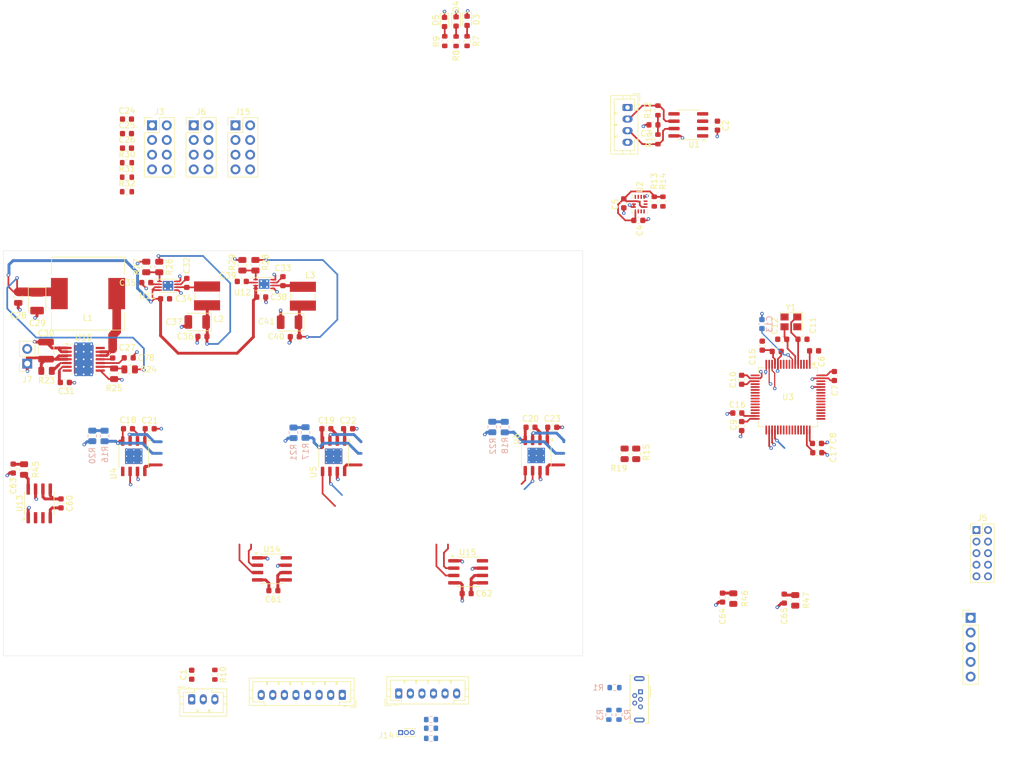
<source format=kicad_pcb>
(kicad_pcb (version 20240108) (generator "pcbnew") (generator_version "8.0")
  (title_block (comment 2 "BREKESHEV BAKTIYAR"))
  (layers (0 "F.Cu" signal) (1 "In1.Cu" signal) (2 "In2.Cu" signal) (31 "B.Cu" signal) (34 "B.Paste" user) (35 "F.Paste" user) (36 "B.SilkS" user "B.Silkscreen") (37 "F.SilkS" user "F.Silkscreen") (38 "B.Mask" user) (39 "F.Mask" user) (44 "Edge.Cuts" user))
  (net 0 "")
  (net 1 "/MCU/SERVO")
  (net 2 "GND")
  (net 3 "+5V")
  (net 4 "Net-(C3-Pad1)")
  (net 5 "VCC")
  (net 6 "Net-(U3-PH0-OSC_IN)")
  (net 7 "Net-(U3-PH1-OSC_OUT)")
  (net 8 "NRST")
  (net 9 "Net-(U3-VCAP1)")
  (net 10 "Net-(U3-VCAP2)")
  (net 11 "/Mosfet driver/HS1")
  (net 12 "Net-(U4-HB)")
  (net 13 "Net-(U5-HB)")
  (net 14 "/Mosfet driver/HS2")
  (net 15 "Net-(U6-HB)")
  (net 16 "/Mosfet driver/HS3")
  (net 17 "+12V")
  (net 18 "/MCU/VOLTAGE_1")
  (net 19 "/MCU/VOLTAGE_2")
  (net 20 "/MCU/VOLTAGE_3")
  (net 21 "Net-(C27-Pad2)")
  (net 22 "Net-(U10-BST)")
  (net 23 "V_IN")
  (net 24 "Net-(U10-SS)")
  (net 25 "Net-(U11-SW)")
  (net 26 "Net-(U11-BOOST)")
  (net 27 "Net-(U12-BOOST)")
  (net 28 "Net-(U12-SW)")
  (net 29 "Net-(U11-VCC)")
  (net 30 "Net-(U12-VCC)")
  (net 31 "/MCU/CURRENT_1")
  (net 32 "/MCU/CURRENT_2")
  (net 33 "/MCU/CURRENT_3")
  (net 34 "/Power MOSFETS/TEMP")
  (net 35 "/Power MOSFETS/TEMP2")
  (net 36 "/Power MOSFETS/TEMP3")
  (net 37 "Net-(U10-VCC)")
  (net 38 "/MCU/HALL_1")
  (net 39 "/MCU/HALL_3")
  (net 40 "/MCU/TEMP_MOTOR")
  (net 41 "/MCU/HALL_2")
  (net 42 "/MCU/MISO_ADC_EXT2")
  (net 43 "/MCU/RX_SDA_NSS")
  (net 44 "/MCU/ADC_15")
  (net 45 "/MCU/TX_SCL_MOSI")
  (net 46 "/MCU/SCK_ADC_EXT")
  (net 47 "Net-(D3-A)")
  (net 48 "Net-(D4-A)")
  (net 49 "Net-(D5-A)")
  (net 50 "/Mosfet driver/HO1")
  (net 51 "/Mosfet driver/HO2")
  (net 52 "/Mosfet driver/HO3")
  (net 53 "/Mosfet driver/LO1")
  (net 54 "/Mosfet driver/LO2")
  (net 55 "/Mosfet driver/LO3")
  (net 56 "/CAN bus transceiver/CANL")
  (net 57 "/CAN bus transceiver/CANH")
  (net 58 "Net-(J4-Pin_3)")
  (net 59 "PB12")
  (net 60 "PA15")
  (net 61 "PB4")
  (net 62 "PB3")
  (net 63 "PB2")
  (net 64 "PC13")
  (net 65 "PC14")
  (net 68 "PC15")
  (net 69 "SWCLK")
  (net 70 "SWDIO")
  (net 71 "Net-(USB1-VBUS)")
  (net 72 "/MCU/LED_RED")
  (net 73 "/MCU/LED_GREEN")
  (net 74 "/MCU/AN_IN")
  (net 75 "Net-(U10-RON)")
  (net 76 "Net-(U10-FB)")
  (net 77 "Net-(U11-V_FB)")
  (net 78 "Net-(U12-V_FB)")
  (net 79 "/Power MOSFETS/C_A")
  (net 80 "/Power MOSFETS/C_B")
  (net 81 "/Power MOSFETS/C_C")
  (net 82 "/CAN bus transceiver/CAN_TX")
  (net 83 "/CAN bus transceiver/CAN_RX")
  (net 90 "/MCU/H1")
  (net 91 "/MCU/L1")
  (net 92 "/MCU/PC12")
  (net 93 "/MCU/PC11_UART_RX")
  (net 94 "/MCU/H3")
  (net 95 "/MCU/L2")
  (net 96 "/MCU/CURR_FILTER")
  (net 97 "/MCU/PC9")
  (net 98 "/MCU/H2")
  (net 99 "/MCU/PC10_UART_TX")
  (net 100 "/MCU/L3")
  (net 102 "/Power MOSFETS/PH_A_IN-")
  (net 103 "/Power MOSFETS/PH_A_IN+")
  (net 104 "/Power MOSFETS/PH_B_IN-")
  (net 105 "/Power MOSFETS/PH_B_IN+")
  (net 106 "/Power MOSFETS/PH_C_IN+")
  (net 107 "/Power MOSFETS/PH_C_IN-")
  (net 108 "/MCU/USB_D+")
  (net 109 "/MCU/USB_D-")
  (net 110 "/USB_+")
  (net 111 "/USB_-")
  (net 112 "Net-(J14-Pin_2)")
  (footprint "Resistor_SMD:R_0603_1608Metric" (layer "F.Cu") (at 109.8 151.275 -90)
    (property "Reference" "R7")
    (property "Value" "100R")
  )
  (footprint "Capacitor_SMD:C_0603_1608Metric" (layer "F.Cu") (at 62.25 260.75 90)
    (property "Reference" "C1")
    (property "Value" "100n")
  )
  (footprint "Capacitor_SMD:C_0603_1608Metric" (layer "F.Cu") (at 139.3625 182.25 180)
    (property "Reference" "C4")
    (property "Value" "100n")
  )
  (footprint "Resistor_SMD:R_0805_2012Metric" (layer "F.Cu") (at 54.4 190.3 90)
    (property "Reference" "R27")
    (property "Value" "10k")
  )
  (footprint "Capacitor_SMD:C_0603_1608Metric" (layer "F.Cu") (at 55 218.25)
    (property "Reference" "C21")
    (property "Value" "2.2u")
  )
  (footprint "Capacitor_SMD:C_0603_1608Metric" (layer "F.Cu") (at 48.6 205.25 90)
    (property "Reference" "C27")
    (property "Value" "100n")
  )
  (footprint "Resistor_SMD:R_0603_1608Metric" (layer "F.Cu") (at 51.075 174.79)
    (property "Reference" "R31")
    (property "Value" "10k")
  )
  (footprint "Package_LGA:Bosch_LGA-14_3x2.5mm_P0.5mm" (layer "F.Cu") (at 139.6075 179.44 -90)
    (property "Reference" "U2")
    (property "Value" "BMI160")
  )
  (footprint "Package_SO:SOIC-8_3.9x4.9mm_P1.27mm" (layer "F.Cu") (at 35.925 231.15 90)
    (property "Reference" "U13")
    (property "Value" "INA240")
  )
  (footprint "Package_SO:SOIC-8_3.9x4.9mm_P1.27mm" (layer "F.Cu") (at 109.98 242.97)
    (property "Reference" "U15")
    (property "Value" "INA240")
  )
  (footprint "Capacitor_SMD:C_0603_1608Metric" (layer "F.Cu") (at 160.75962 203.89038 -90)
    (property "Reference" "C15")
    (property "Value" "2.2u")
  )
  (footprint "Capacitor_SMD:C_0603_1608Metric" (layer "F.Cu") (at 74.25 195.5)
    (property "Reference" "C38")
    (property "Value" "2.2u")
  )
  (footprint "Capacitor_SMD:C_1210_3225Metric" (layer "F.Cu") (at 37.1 204.75 90)
    (property "Reference" "C30")
    (property "Value" "4.7u_100V")
  )
  (footprint "Capacitor_Tantalum_SMD:CP_EIA-3528-15_AVX-H" (layer "F.Cu") (at 63.2 199.8 180)
    (property "Reference" "C37")
    (property "Value" "100u")
  )
  (footprint "Capacitor_SMD:C_0603_1608Metric" (layer "F.Cu") (at 164.56 247.6 -90)
    (property "Reference" "C65")
    (property "Value" "1n")
  )
  (footprint "Capacitor_SMD:C_0603_1608Metric" (layer "F.Cu") (at 120.75 218 180)
    (property "Reference" "C20")
    (property "Value" "100n")
  )
  (footprint "Crystal:Crystal_SMD_3225-4Pin_3.2x2.5mm" (layer "F.Cu") (at 165.70962 199.79038 180)
    (property "Reference" "Y1")
    (property "Value" "8M")
  )
  (footprint "Package_SO:Infineon_PG-DSO-8-27_3.9x4.9mm_EP2.65x3mm_ThermalVias" (layer "F.Cu") (at 86.75 223 -90)
    (property "Reference" "U5")
    (property "Value" "UCC2721x")
  )
  (footprint "Capacitor_SMD:C_0603_1608Metric" (layer "F.Cu") (at 157.20962 209.79038 -90)
    (property "Reference" "C10")
    (property "Value" "2.2u")
  )
  (footprint "Resistor_SMD:R_0603_1608Metric" (layer "F.Cu") (at 107.9 151.3 -90)
    (property "Reference" "R8")
    (property "Value" "100R")
  )
  (footprint "Connector_PinHeader_2.54mm:PinHeader_2x04_P2.54mm_Vertical" (layer "F.Cu") (at 69.805 165.82)
    (property "Reference" "J15")
    (property "Value" "PH_C_CONNECTOR")
  )
  (footprint "Package_DFN_QFN:TDFN-8-1EP_3x2mm_P0.5mm_EP1.80x1.65mm_ThermalVias" (layer "F.Cu") (at 74.75 193.25)
    (property "Reference" "U12")
    (property "Value" "MCP16311/2")
  )
  (footprint "Capacitor_SMD:C_0603_1608Metric" (layer "F.Cu") (at 78 192.75 -90)
    (property "Reference" "C33")
    (property "Value" "100n")
  )
  (footprint "Capacitor_SMD:C_0603_1608Metric" (layer "F.Cu") (at 51.075 167.26)
    (property "Reference" "C25")
    (property "Value" "2.2u")
  )
  (footprint "Resistor_SMD:R_0805_2012Metric" (layer "F.Cu") (at 48.85 208.75 90)
    (property "Reference" "R25")
    (property "Value" "2k")
  )
  (footprint "Capacitor_SMD:C_0603_1608Metric" (layer "F.Cu") (at 169.70962 204.79038 180)
    (property "Reference" "C6")
    (property "Value" "2.2u")
  )
  (footprint "Connector_USB:USB_Micro-B_Wuerth_614105150721_Vertical" (layer "F.Cu") (at 139.75 263.7 -90)
    (property "Reference" "USB1" (hide yes))
    (property "Value" "USB Micro  U-D-M5DD-W-1")
  )
  (footprint "Capacitor_SMD:C_0603_1608Metric" (layer "F.Cu") (at 170.25962 222.39038)
    (property "Reference" "C17")
    (property "Value" "2.2u")
  )
  (footprint "Capacitor_SMD:C_0603_1608Metric" (layer "F.Cu") (at 85.5 218.25 180)
    (property "Reference" "C19")
    (property "Value" "100n")
  )
  (footprint "Connector_PinHeader_2.54mm:PinHeader_1x05_P2.54mm_Vertical" (layer "F.Cu") (at 196.75 250.92)
    (property "Reference" "P5" (hide yes))
    (property "Value" "SWD")
  )
  (footprint "Capacitor_SMD:C_0603_1608Metric" (layer "F.Cu") (at 153.025 165.88 -90)
    (property "Reference" "C2")
    (property "Value" "0.1u")
  )
  (footprint "Package_SO:HTSSOP-14-1EP_4.4x5mm_P0.65mm_EP3.4x5mm_Mask3x3.1mm_ThermalVias" (layer "F.Cu") (at 43.6 206.25)
    (property "Reference" "U10")
    (property "Value" "LM5161")
  )
  (footprint "Resistor_SMD:R_0805_2012Metric" (layer "F.Cu") (at 33.3 225.3 -90)
    (property "Reference" "R45")
    (property "Value" "1k")
  )
  (footprint "Package_QFP:LQFP-64_10x10mm_P0.5mm" (layer "F.Cu") (at 165.20962 212.79038 -90)
    (property "Reference" "U3")
    (property "Value" "STM32F405RGT6")
  )
  (footprint "Connector_PinSocket_2.54mm:PinSocket_1x02_P2.54mm_Vertical" (layer "F.Cu") (at 33.85 207 180)
    (property "Reference" "J7")
    (property "Value" "V_IN")
  )
  (footprint "Resistor_SMD:R_0805_2012Metric" (layer "F.Cu") (at 51.5375 208)
    (property "Reference" "R24")
    (property "Value" "10k")
  )
  (footprint "Connector_JST:JST_PH_B8B-PH-K_1x08_P2.00mm_Vertical" (layer "F.Cu") (at 88.25 264.25 180)
    (property "Reference" "J2" (hide yes))
    (property "Value" "Conn_01x08")
  )
  (footprint "Capacitor_SMD:C_0603_1608Metric" (layer "F.Cu") (at 167.70962 202.79038)
    (property "Reference" "C11")
    (property "Value" "15p")
  )
  (footprint "Resistor_SMD:R_0603_1608Metric" (layer "F.Cu") (at 143.6125 179 90)
    (property "Reference" "R14")
    (property "Value" "1k")
  )
  (footprint "Capacitor_SMD:C_0603_1608Metric" (layer "F.Cu") (at 136.8625 179.3 90)
    (property "Reference" "C5")
    (property "Value" "100n")
  )
  (footprint "LED_SMD:LED_0603_1608Metric" (layer "F.Cu") (at 105.9 147.975 -90)
    (property "Reference" "D5")
    (property "Value" "BLU")
  )
  (footprint "Capacitor_SMD:C_0603_1608Metric" (layer "F.Cu") (at 173.20962 209.14038 90)
    (property "Reference" "C7")
    (property "Value" "2.2u")
  )
  (footprint "Resistor_SMD:R_0805_2012Metric" (layer "F.Cu") (at 139 222.5875 -90)
    (property "Reference" "R15")
    (property "Value" "68k")
  )
  (footprint "Capacitor_SMD:C_0603_1608Metric" (layer "F.Cu") (at 89.25 218.25)
    (property "Reference" "C22")
    (property "Value" "2.2u")
  )
  (footprint "Capacitor_SMD:C_0603_1608Metric" (layer "F.Cu") (at 51.25 218.25 180)
    (property "Reference" "C18")
    (property "Value" "100n")
  )
  (footprint "Connector_JST:JST_PH_B6B-PH-K_1x06_P2.00mm_Vertical" (layer "F.Cu") (at 98 264)
    (property "Reference" "P4" (hide yes))
    (property "Value" "HALL/Encoder")
  )
  (footprint "Capacitor_SMD:C_0603_1608Metric" (layer "F.Cu") (at 156.45962 215.54038 180)
    (property "Reference" "C16")
    (property "Value" "2.2u")
  )
  (footprint "Resistor_SMD:R_0603_1608Metric" (layer "F.Cu") (at 105.94 151.275 -90)
    (property "Reference" "R9")
    (property "Value" "2k2")
  )
  (footprint "Capacitor_Tantalum_SMD:CP_EIA-3528-15_AVX-H" (layer "F.Cu") (at 35.55 196.3 -90)
    (property "Reference" "C29")
    (property "Value" "22u_16v")
  )
  (footprint "Capacitor_SMD:C_0603_1608Metric" (layer "F.Cu") (at 64.1 202.3 180)
    (property "Reference" "C36")
    (property "Value" "2.2u")
  )
  (footprint "Capacitor_SMD:C_0603_1608Metric" (layer "F.Cu") (at 80.05 202.35 180)
    (property "Reference" "C40")
    (property "Value" "2.2u")
  )
  (footprint "Resistor_SMD:R_0805_2012Metric" (layer "F.Cu") (at 155.76 247.6 90)
    (property "Reference" "R46")
    (property "Value" "1k")
  )
  (footprint "Resistor_SMD:R_0805_2012Metric" (layer "F.Cu") (at 56.65 190.3 -90)
    (property "Reference" "R26")
    (property "Value" "52.3k")
  )
  (footprint "Capacitor_SMD:C_0603_1608Metric" (layer "F.Cu") (at 39.675 231.15 -90)
    (property "Reference" "C60")
    (property "Value" "2.2u")
  )
  (footprint "Capacitor_SMD:C_0603_1608Metric" (layer "F.Cu") (at 51.075 164.75)
    (property "Reference" "C24")
    (property "Value" "2.2u")
  )
  (footprint "Capacitor_SMD:C_0603_1608Metric" (layer "F.Cu") (at 157.20962 217.79038 90)
    (property "Reference" "C9")
    (property "Value" "2.2u")
  )
  (footprint "Capacitor_SMD:C_0603_1608Metric" (layer "F.Cu") (at 51.375 206)
    (property "Reference" "C78")
    (property "Value" "2.2u")
  )
  (footprint "Capacitor_SMD:C_0805_2012Metric" (layer "F.Cu") (at 32.3 195.55 -90)
    (property "Reference" "C28")
    (property "Value" "2.2u")
  )
  (footprint "Inductor_SMD:L_Ferrocore_DLG-0403" (layer "F.Cu") (at 64.9 195.3 90)
    (property "Reference" "L2")
    (property "Value" "22u")
  )
  (footprint "Capacitor_SMD:C_0603_1608Metric" (layer "F.Cu") (at 124.5 218)
    (property "Reference" "C23")
    (property "Value" "2.2u")
  )
  (footprint "Package_SO:SOIC-8_3.9x4.9mm_P1.27mm" (layer "F.Cu") (at 148 165.75 180)
    (property "Reference" "U1")
    (property "Value" "TJA1051T/3/1J")
  )
  (footprint "Connector_JST:JST_PH_B4B-PH-K_1x04_P2.00mm_Vertical" (layer "F.Cu") (at 137.5 162.75 -90)
    (property "Reference" "J1" (hide yes))
    (property "Value" "CAN")
  )
  (footprint "Resistor_SMD:R_0603_1608Metric" (layer "F.Cu") (at 142.75 168.25 90)
    (property "Reference" "R11")
    (property "Value" "60")
  )
  (footprint "Capacitor_SMD:C_0603_1608Metric" (layer "F.Cu") (at 51.075 169.77)
    (property "Reference" "C26")
    (property "Value" "2.2u")
  )
  (footprint "Connector_PinHeader_2.00mm:PinHeader_2x05_P2.00mm_Vertical" (layer "F.Cu") (at 197.75 235.75)
    (property "Reference" "J5")
    (property "Value" "UNUSED MCU PINS")
  )
  (footprint "Connector_PinHeader_2.54mm:PinHeader_2x04_P2.54mm_Vertical" (layer "F.Cu") (at 62.605 165.82)
    (property "Reference" "J6")
    (property "Value" "PH_B_CONNECTOR")
  )
  (footprint "Package_SO:Infineon_PG-DSO-8-27_3.9x4.9mm_EP2.65x3mm_ThermalVias" (layer "F.Cu") (at 52.25 223 -90)
    (property "Reference" "U4")
    (property "Value" "UCC2721x")
  )
  (footprint "Capacitor_SMD:C_0603_1608Metric" (layer "F.Cu") (at 163.25962 204.89038 180)
    (property "Reference" "C14" (hide yes))
    (property "Value" "2.2u")
  )
  (footprint "Capacitor_SMD:C_0603_1608Metric" (layer "F.Cu") (at 57.65 195.8)
    (property "Reference" "C34")
    (property "Value" "2.2u")
  )
  (footprint "Capacitor_SMD:C_0603_1608Metric" (layer "F.Cu") (at 70.9 192.8 180)
    (property "Reference" "C39")
    (property "Value" "2.2u")
  )
  (footprint "Package_SO:Infineon_PG-DSO-8-27_3.9x4.9mm_EP2.65x3mm_ThermalVias" (layer "F.Cu") (at 121.75 222.875 -90)
    (property "Reference" "U6")
    (property "Value" "UCC2721x")
  )
  (footprint "Capacitor_SMD:C_0603_1608Metric" (layer "F.Cu") (at 40.35 210.25)
    (property "Reference" "C31")
    (property "Value" "10n")
  )
  (footprint "Resistor_SMD:R_0805_2012Metric" (layer "F.Cu") (at 137 222.5875 -90)
    (property "Reference" "R19")
    (property "Value" "2.2k")
  )
  (footprint "Resistor_SMD:R_0603_1608Metric" (layer "F.Cu") (at 51.075 172.28)
    (property "Reference" "R30")
    (property "Value" "10k")
  )
  (footprint "Package_SO:SOIC-8_3.9x4.9mm_P1.27mm" (layer "F.Cu") (at 76.1 242.465)
    (property "Reference" "U14")
    (property "Value" "INA240")
  )
  (footprint "Connector_JST:JST_PH_B3B-PH-K_1x03_P2.00mm_Vertical" (layer "F.Cu") (at 62.25 265)
    (property "Reference" "J4" (hide yes))
    (property "Value" "Conn_01x03")
  )
  (footprint "Resistor_SMD:R_0805_2012Metric" (layer "F.Cu") (at 166.46 247.9 90)
    (property "Reference" "R47")
    (property "Value" "1k")
  )
  (footprint "Capacitor_SMD:C_0603_1608Metric" (layer "F.Cu") (at 141.975 165.75 180)
    (property "Reference" "C3")
    (property "Value" "1nF")
  )
  (footprint "Capacitor_SMD:C_0603_1608Metric" (layer "F.Cu") (at 61.4 193.05 -90)
    (property "Reference" "C32")
    (property "Value" "100n")
  )
  (footprint "Resistor_SMD:R_0805_2012Metric" (layer "F.Cu") (at 37.1875 208.25 180)
    (property "Reference" "R23")
    (property "Value" "402k")
  )
  (footprint "Connector_PinHeader_1.00mm:PinHeader_1x03_P1.00mm_Vertical" (layer "F.Cu") (at 98.325 270.75 90)
    (property "Reference" "J14")
    (property "Value" "Pull_up")
  )
  (footprint "Resistor_SMD:R_0603_1608Metric" (layer "F.Cu") (at 66.25 260.75 -90)
    (property "Reference" "R10")
    (property "Value" "100R")
  )
  (footprint "LED_SMD:LED_0603_1608Metric" (layer "F.Cu") (at 107.9 147.8875 -90)
    (property "Reference" "D4")
    (property "Value" "GRN")
  )
  (footprint "Capacitor_Tantalum_SMD:CP_EIA-3528-15_AVX-H" (layer "F.Cu") (at 79.15 199.85 180)
    (property "Reference" "C41")
    (property "Value" "100u")
  )
  (footprint "Resistor_SMD:R_0603_1608Metric" (layer "F.Cu") (at 142.75 163.25 90)
    (property "Reference" "R12")
    (property "Value" "60")
  )
  (footprint "Resistor_SMD:R_0805_2012Metric" (layer "F.Cu") (at 71 190 90)
    (property "Reference" "R29")
    (property "Value" "10k")
  )
  (footprint "Capacitor_SMD:C_0603_1608Metric" (layer "F.Cu") (at 170.20962 220.79038 180)
    (property "Reference" "C8")
    (property "Value" "2.2u")
  )
  (footprint "Resistor_SMD:R_0805_2012Metric" (layer "F.Cu") (at 73.25 190 -90)
    (property "Reference" "R28")
    (property "Value" "33k")
  )
  (footprint "Capacitor_SMD:C_0603_1608Metric" (layer "F.Cu") (at 164.20962 202.79038 180)
    (property "Reference" "C12")
    (property "Value" "15p")
  )
  (footprint "Resistor_SMD:R_0603_1608Metric" (layer "F.Cu") (at 51.075 177.3)
    (property "Reference" "R32")
    (property "Value" "10k")
  )
  (footprint "LED_SMD:LED_0603_1608Metric" (layer "F.Cu") (at 109.8 147.775 -90)
    (property "Reference" "D3")
    (property "Value" "RED")
  )
  (footprint "Capacitor_SMD:C_0603_1608Metric" (layer "F.Cu") (at 153.9 247.425 -90)
    (property "Reference" "C64")
    (property "Value" "1n")
  )
  (footprint "Resistor_SMD:R_0603_1608Metric" (layer "F.Cu") (at 142.1125 179 -90)
    (property "Reference" "R13")
    (property "Value" "1k")
  )
  (footprint "Capacitor_SMD:C_0603_1608Metric" (layer "F.Cu") (at 76.35 246.215 180)
    (property "Reference" "C61")
    (property "Value" "2.2u")
  )
  (footprint "Capacitor_SMD:C_0603_1608Metric" (layer "F.Cu") (at 109.73 246.72 180)
    (property "Reference" "C62")
    (property "Value" "2.2u")
  )
  (footprint "Connector_PinHeader_2.54mm:PinHeader_2x04_P2.54mm_Vertical" (layer "F.Cu") (at 55.405 165.82)
    (property "Reference" "J3")
    (property "Value" "PH_A_CONNECTOR")
  )
  (footprint "Inductor_SMD:L_Ferrocore_DLG-0403" (layer "F.Cu") (at 81.45 195.35 90)
    (property "Reference" "L3")
    (property "Value" "22u")
  )
  (footprint "Capacitor_SMD:C_0603_1608Metric" (layer "F.Cu") (at 31.427502 225.125 -90)
    (property "Reference" "C63")
    (property "Value" "1n")
  )
  (footprint "Package_DFN_QFN:TDFN-8-1EP_3x2mm_P0.5mm_EP1.80x1.65mm_ThermalVias" (layer "F.Cu") (at 58.15 193.55)
    (property "Reference" "U11")
    (property "Value" "MCP16311/2")
  )
  (footprint "Inductor_SMD:L_12x12mm_H8mm" (layer "F.Cu") (at 44.35 194.9)
    (property "Reference" "L1")
    (property "Value" "100u")
  )
  (footprint "Capacitor_SMD:C_0603_1608Metric" (layer "F.Cu") (at 54.4 193 180)
    (property "Reference" "C35")
    (property "Value" "2.2u")
  )
  (footprint "Resistor_SMD:R_0603_1608Metric" (layer "B.Cu") (at 103.575 268.5)
    (property "Reference" "R4" (hide yes))
    (property "Value" "2k2")
  )
  (footprint "Resistor_SMD:R_0805_2012Metric" (layer "B.Cu") (at 45.084998 219.4875 -90)
    (property "Reference" "R20")
    (property "Value" "2k2")
  )
  (footprint "Resistor_SMD:R_0603_1608Metric" (layer "B.Cu") (at 103.575 271.75)
    (property "Reference" "R6" (hide yes))
    (property "Value" "2k2")
  )
  (footprint "Resistor_SMD:R_0603_1608Metric" (layer "B.Cu") (at 103.575 270)
    (property "Reference" "R5" (hide yes))
    (property "Value" "2k2")
  )
  (footprint "Resistor_SMD:R_0805_2012Metric" (layer "B.Cu") (at 114.15 217.95 -90)
    (property "Reference" "R22")
    (property "Value" "2k2")
  )
  (footprint "Resistor_SMD:R_0805_2012Metric" (layer "B.Cu") (at 79.8275 218.95 -90)
    (property "Reference" "R21")
    (property "Value" "2k2")
  )
  (footprint "Resistor_SMD:R_0805_2012Metric" (layer "B.Cu") (at 116.3 217.9625 -90)
    (property "Reference" "R18")
    (property "Value" "68k")
  )
  (footprint "Resistor_SMD:R_0805_2012Metric" (layer "B.Cu") (at 47.2 219.5 -90)
    (property "Reference" "R16")
    (property "Value" "68k")
  )
  (footprint "Resistor_SMD:R_0603_1608Metric" (layer "B.Cu") (at 136.03 267.675 90)
    (property "Reference" "R3")
    (property "Value" "22R")
  )
  (footprint "Resistor_SMD:R_0603_1608Metric" (layer "B.Cu") (at 134.28 267.675 90)
    (property "Reference" "R2")
    (property "Value" "22R")
  )
  (footprint "Capacitor_SMD:C_0603_1608Metric" (layer "B.Cu") (at 160.70962 200.16538 -90)
    (property "Reference" "C13")
    (property "Value" "100n")
  )
  (footprint "Resistor_SMD:R_0805_2012Metric" (layer "B.Cu") (at 81.9 218.9 -90)
    (property "Reference" "R17")
    (property "Value" "68k")
  )
  (footprint "Resistor_SMD:R_0603_1608Metric" (layer "B.Cu") (at 135.255 262.975)
    (property "Reference" "R1")
    (property "Value" "22R")
  )
  (gr_rect (start 29.75 187.5) (end 129.75 257.5) (stroke (width 0.05)) (fill none) (layer "Edge.Cuts"))
  (segment (start 163.45962 208.24038) (end 163.40962 208.29038) (width 0.3) (layer "F.Cu") (net 2))
  (segment (start 90.025 218.25) (end 90.75 218.25) (width 0.5) (layer "F.Cu") (net 2))
  (segment (start 169.45962 211.04038) (end 169.40962 211.09038) (width 0.3) (layer "F.Cu") (net 2))
  (segment (start 108.955 247.945) (end 108.98 247.97) (width 0.5) (layer "F.Cu") (net 2))
  (segment (start 170.88462 209.54038) (end 172.18462 209.54038) (width 0.3) (layer "F.Cu") (net 2))
  (segment (start 140.8625 182.25) (end 141.1125 182) (width 0.3) (layer "F.Cu") (net 2))
  (segment (start 170.98462 220.79038) (end 171.80962 220.79038) (width 0.3) (layer "F.Cu") (net 2))
  (segment (start 108.635 244.875) (end 108.955 245.195) (width 0.5) (layer "F.Cu") (net 2))
  (segment (start 87.385 225.625) (end 87.385 226.885) (width 0.5) (layer "F.Cu") (net 2))
  (segment (start 107.505 241.065) (end 108.825 241.065) (width 0.5) (layer "F.Cu") (net 2))
  (segment (start 153.9 248.2) (end 153.26 248.2) (width 0.5) (layer "F.Cu") (net 2))
  (segment (start 107.505 244.875) (end 108.635 244.875) (width 0.5) (layer "F.Cu") (net 2))
  (segment (start 122.385 226.885) (end 122.5 227) (width 0.5) (layer "F.Cu") (net 2))
  (segment (start 50.0625 209.6625) (end 50.2 209.8) (width 0.3) (layer "F.Cu") (net 2))
  (segment (start 136.9975 179.94) (end 136.8625 180.075) (width 0.3) (layer "F.Cu") (net 2))
  (segment (start 32.6 197.7) (end 32.3 197.4) (width 0.5) (layer "F.Cu") (net 2))
  (segment (start 35.55 198.75) (end 35.2 199.1) (width 0.5) (layer "F.Cu") (net 2))
  (segment (start 33.85 207) (end 33.85 208.25) (width 0.5) (layer "F.Cu") (net 2))
  (segment (start 153.025 167.725) (end 153 167.75) (width 0.3) (layer "F.Cu") (net 2))
  (segment (start 158.63462 209.54038) (end 158.10962 209.01538) (width 0.3) (layer "F.Cu") (net 2))
  (segment (start 160.41274 209.54038) (end 159.53462 209.54038) (width 0.3) (layer "F.Cu") (net 2))
  (segment (start 77.6125 197.8125) (end 77.6 197.8) (width 0.5) (layer "F.Cu") (net 2))
  (segment (start 76.7 192.5) (end 76.7 191.8) (width 0.3) (layer "F.Cu") (net 2))
  (segment (start 48.85 209.6625) (end 50.0625 209.6625) (width 0.3) (layer "F.Cu") (net 2))
  (segment (start 53.2125 189.3875) (end 52.9 189.7) (width 0.3) (layer "F.Cu") (net 2))
  (segment (start 77.6125 199.85) (end 77.6125 197.8125) (width 0.5) (layer "F.Cu") (net 2))
  (segment (start 53.625 193) (end 53.625 193.225) (width 0.3) (layer "F.Cu") (net 2))
  (segment (start 138.2125 179.94) (end 138.595 179.94) (width 0.3) (layer "F.Cu") (net 2))
  (segment (start 159.53462 209.54038) (end 158.63462 209.54038) (width 0.3) (layer "F.Cu") (net 2))
  (segment (start 163.45962 206.21538) (end 164.03462 205.64038) (width 0.3) (layer "F.Cu") (net 2))
  (segment (start 75.025 196.325) (end 75.1 196.4) (width 0.5) (layer "F.Cu") (net 2))
  (segment (start 35.29 228.675) (end 35.29 230.265) (width 0.5) (layer "F.Cu") (net 2))
  (segment (start 76.4 194) (end 77 194.6) (width 0.3) (layer "F.Cu") (net 2))
  (segment (start 33.85 208.25) (end 33.9 208.3) (width 0.5) (layer "F.Cu") (net 2))
  (segment (start 37.83 232.245) (end 38.15 231.925) (width 0.5) (layer "F.Cu") (net 2))
  (segment (start 160.65962 209.2935) (end 160.41274 209.54038) (width 0.3) (layer "F.Cu") (net 2))
  (segment (start 47.925 209.6625) (end 48.85 209.6625) (width 0.3) (layer "F.Cu") (net 2))
  (segment (start 153.26 248.2) (end 152.76 248.7) (width 0.5) (layer "F.Cu") (net 2))
  (segment (start 52.885 226.885) (end 53 227) (width 0.3) (layer "F.Cu") (net 2))
  (segment (start 163.45962 207.11538) (end 163.45962 208.24038) (width 0.3) (layer "F.Cu") (net 2))
  (segment (start 37.1 203.275) (end 35.175 203.275) (width 0.5) (layer "F.Cu") (net 2))
  (segment (start 122.385 225.5) (end 122.385 226.885) (width 0.5) (layer "F.Cu") (net 2))
  (segment (start 30.862502 225.85) (end 30.387502 226.325) (width 0.5) (layer "F.Cu") (net 2))
  (segment (start 146.655 167.655) (end 145.525 167.655) (width 0.3) (layer "F.Cu") (net 2))
  (segment (start 60.1 192.8) (end 60.3 192.6) (width 0.3) (layer "F.Cu") (net 2))
  (segment (start 172.55962 209.91538) (end 173.20962 209.91538) (width 0.3) (layer "F.Cu") (net 2))
  (segment (start 55.775 218.25) (end 57 218.25) (width 0.3) (layer "F.Cu") (net 2))
  (segment (start 164.085 248.375) (end 163.36 249.1) (width 0.5) (layer "F.Cu") (net 2))
  (segment (start 171.03462 222.39038) (end 171.60962 222.39038) (width 0.3) (layer "F.Cu") (net 2))
  (segment (start 157.20962 218.56538) (end 157.20962 219.39038) (width 0.2) (layer "F.Cu") (net 2))
  (segment (start 35.175 203.275) (end 35.1 203.2) (width 0.5) (layer "F.Cu") (net 2))
  (segment (start 53.625 193.225) (end 54.4 194) (width 0.3) (layer "F.Cu") (net 2))
  (segment (start 78.575 241.83) (end 77.235 241.83) (width 0.5) (layer "F.Cu") (net 2))
  (segment (start 77.235 241.83) (end 77.1 241.965) (width 0.5) (layer "F.Cu") (net 2))
  (segment (start 75.025 195.5) (end 75.025 196.325) (width 0.5) (layer "F.Cu") (net 2))
  (segment (start 163.45962 207.11538) (end 163.45962 206.21538) (width 0.3) (layer "F.Cu") (net 2))
  (segment (start 76.7 191.8) (end 76.5 191.6) (width 0.3) (layer "F.Cu") (net 2))
  (segment (start 76.2 192.5) (end 76.7 192.5) (width 0.3) (layer "F.Cu") (net 2))
  (segment (start 171.60962 222.39038) (end 172.00962 222.79038) (width 0.3) (layer "F.Cu") (net 2))
  (segment (start 60.65 200.55) (end 61.8625 200.55) (width 0.5) (layer "F.Cu") (net 2))
  (segment (start 34.02 232.055) (end 34.175 231.9) (width 0.5) (layer "F.Cu") (net 2))
  (segment (start 39.75 204.95) (end 39.4 204.6) (width 0.5) (layer "F.Cu") (net 2))
  (segment (start 154.85962 215.54038) (end 154.70962 215.69038) (width 0.3) (layer "F.Cu") (net 2))
  (segment (start 60.3 192) (end 60.2 191.9) (width 0.3) (layer "F.Cu") (net 2))
  (segment (start 71 189.0875) (end 69.8875 189.0875) (width 0.3) (layer "F.Cu") (net 2))
  (segment (start 32.3 197.4) (end 32.3 196.5) (width 0.5) (layer "F.Cu") (net 2))
  (segment (start 109.8 146.9875) (end 109.8 146.1625) (width 0.3) (layer "F.Cu") (net 2))
  (segment (start 147 168) (end 146.655 167.655) (width 0.3) (layer "F.Cu") (net 2))
  (segment (start 79.275 203.225) (end 79.1 203.4) (width 0.5) (layer "F.Cu") (net 2))
  (segment (start 136.8625 180.075) (end 136.8625 181) (width 0.3) (layer "F.Cu") (net 2))
  (segment (start 52.885 225.625) (end 52.885 226.885) (width 0.3) (layer "F.Cu") (net 2))
  (segment (start 170.88462 209.54038) (end 169.55962 209.54038) (width 0.3) (layer "F.Cu") (net 2))
  (segment (start 79.275 202.35) (end 79.275 203.225) (width 0.5) (layer "F.Cu") (net 2))
  (segment (start 125.275 218) (end 126.25 218) (width 0.5) (layer "F.Cu") (net 2))
  (segment (start 76.2 194) (end 76.4 194) (width 0.3) (layer "F.Cu") (net 2))
  (segment (start 137.8625 179.59) (end 138.2125 179.94) (width 0.3) (layer "F.Cu") (net 2))
  (segment (start 87.385 226.885) (end 87.5 227) (width 0.5) (layer "F.Cu") (net 2))
  (segment (start 54.4 189.3875) (end 53.2125 189.3875) (width 0.3) (layer "F.Cu") (net 2))
  (segment (start 155.68462 215.54038) (end 154.85962 215.54038) (width 0.3) (layer "F.Cu") (net 2))
  (segment (start 39.4 204.6) (end 39.4 204.3) (width 0.5) (layer "F.Cu") (net 2))
  (segment (start 158.10962 209.01538) (end 157.20962 209.01538) (width 0.3) (layer "F.Cu") (net 2))
  (segment (start 34.02 233.375) (end 34.02 232.055) (width 0.5) (layer "F.Cu") (net 2))
  (segment (start 141.475 165.75) (end 140.5 165.75) (width 0.3) (layer "F.Cu") (net 2))
  (segment (start 59.6 194.3) (end 59.9 194.3) (width 0.3) (layer "F.Cu") (net 2))
  (segment (start 59.6 192.8) (end 60.1 192.8) (width 0.3) (layer "F.Cu") (net 2))
  (segment (start 164.03462 205.64038) (end 164.03462 204.89038) (width 0.3) (layer "F.Cu") (net 2))
  (segment (start 110.865 242.335) (end 110.73 242.47) (width 0.5) (layer "F.Cu") (net 2))
  (segment (start 40.7375 204.95) (end 39.75 204.95) (width 0.5) (layer "F.Cu") (net 2))
  (segment (start 170.88462 211.04038) (end 169.45962 211.04038) (width 0.3) (layer "F.Cu") (net 2))
  (segment (start 59.9 194.3) (end 60.4 194.8) (width 0.3) (layer "F.Cu") (net 2))
  (segment (start 73.875 240.56) (end 75.195 240.56) (width 0.5) (layer "F.Cu") (net 2))
  (segment (start 108.955 246.72) (end 108.955 247.945) (width 0.5) (layer "F.Cu") (net 2))
  (segment (start 140.3575 178.1775) (end 140.685 178.1775) (width 0.3) (layer "F.Cu") (net 2))
  (segment (start 63.2 203.4) (end 63.2 202.75) (width 0.5) (layer "F.Cu") (net 2))
  (segment (start 39.4 204.3) (end 38.125 204.3) (width 0.5) (layer "F.Cu") (net 2))
  (segment (start 52.15 205.65) (end 52.8 205) (width 0.3) (layer "F.Cu") (net 2))
  (segment (start 38.15 231.925) (end 39.675 231.925) (width 0.5) (layer "F.Cu") (net 2))
  (segment (start 157.20962 219.39038) (end 157.00962 219.59038) (width 0.2) (layer "F.Cu") (net 2))
  (segment (start 112.455 242.335) (end 110.865 242.335) (width 0.5) (layer "F.Cu") (net 2))
  (segment (start 105.9 147.1875) (end 105.9 146.1625) (width 0.3) (layer "F.Cu") (net 2))
  (segment (start 169.55962 209.54038) (end 169.40962 209.69038) (width 0.3) (layer "F.Cu") (net 2))
  (segment (start 41.95 210.25) (end 42 210.3) (width 0.3) (layer "F.Cu") (net 2))
  (segment (start 153.025 166.655) (end 153.025 167.725) (width 0.3) (layer "F.Cu") (net 2))
  (segment (start 171.80962 220.79038) (end 172.00962 220.59038) (width 0.3) (layer "F.Cu") (net 2))
  (segment (start 60.3 192.6) (end 60.3 192) (width 0.3) (layer "F.Cu") (net 2))
  (segment (start 108.825 241.065) (end 108.98 241.22) (width 0.5) (layer "F.Cu") (net 2))
  (segment (start 140.1375 182.25) (end 140.8625 182.25) (width 0.3) (layer "F.Cu") (net 2))
  (segment (start 109.8 146.1625) (end 109.9 146.0625) (width 0.3) (layer "F.Cu") (net 2))
  (segment (start 107.9 147.1) (end 107.9 146.2625) (width 0.3) (layer "F.Cu") (net 2))
  (segment (start 40.7375 204.3) (end 39.4 204.3) (width 0.5) (layer "F.Cu") (net 2))
  (segment (start 38.125 204.3) (end 37.1 203.275) (width 0.5) (layer "F.Cu") (net 2))
  (segment (start 75.195 240.56) (end 75.35 240.715) (width 0.5) (layer "F.Cu") (net 2))
  (segment (start 31.3 225.85) (end 30.862502 225.85) (width 0.5) (layer "F.Cu") (net 2))
  (segment (start 140.5 165.75) (end 140.25 166) (width 0.3) (layer "F.Cu") (net 2))
  (segment (start 164.56 248.375) (end 164.085 248.375) (width 0.5) (layer "F.Cu") (net 2))
  (segment (start 160.50962 208.39038) (end 160.65962 208.54038) (width 0.3) (layer "F.Cu") (net 2))
  (segment (start 63.2 202.75) (end 63.42 202.53) (width 0.5) (layer "F.Cu") (net 2))
  (segment (start 73.625 244.37) (end 75.005 244.37) (width 0.5) (layer "F.Cu") (net 2))
  (segment (start 75.575 244.94) (end 75.575 246.215) (width 0.5) (layer "F.Cu") (net 2))
  (segment (start 37.83 233.625) (end 37.83 232.245) (width 0.5) (layer "F.Cu") (net 2))
  (segment (start 41.125 210.25) (end 41.95 210.25) (width 0.3) (layer "F.Cu") (net 2))
  (segment (start 107.9 146.2625) (end 108 146.1625) (width 0.3) (layer "F.Cu") (net 2))
  (segment (start 69.8875 189.0875) (end 69.7 188.9) (width 0.3) (layer "F.Cu") (net 2))
  (segment (start 138.595 179.44) (end 138.595 179.94) (width 0.3) (layer "F.Cu") (net 2))
  (segment (start 140.685 178.1775) (end 140.8625 178) (width 0.3) (layer "F.Cu") (net 2))
  (segment (start 60.5 200.7) (end 60.65 200.55) (width 0.5) (layer "F.Cu") (net 2))
  (segment (start 52.15 206) (end 52.15 205.65) (width 0.3) (layer "F.Cu") (net 2))
  (segment (start 35.55 197.8375) (end 35.55 198.75) (width 0.5) (layer "F.Cu") (net 2))
  (segment (start 35.29 230.265) (end 35.425 230.4) (width 0.5) (layer "F.Cu") (net 2))
  (segment (start 108.955 245.195) (end 108.955 246.72) (width 0.5) (layer "F.Cu") (net 2))
  (segment (start 75.005 244.37) (end 75.575 244.94) (width 0.5) (layer "F.Cu") (net 2))
  (segment (start 160.65962 208.54038) (end 160.65962 209.2935) (width 0.3) (layer "F.Cu") (net 2))
  (segment (start 172.18462 209.54038) (end 172.55962 209.91538) (width 0.3) (layer "F.Cu") (net 2))
  (segment (start 46.4625 208.2) (end 47.925 209.6625) (width 0.3) (layer "F.Cu") (net 2))
  (via (at 163.40962 208.29038) (size 0.6) (drill 0.3) (layers "F.Cu" "B.Cu") (net 2))
  (via (at 90.75 218.25) (size 0.6) (drill 0.3) (layers "F.Cu" "B.Cu") (net 2))
  (via (at 34.175 231.9) (size 0.6) (drill 0.3) (layers "F.Cu" "B.Cu") (net 2))
  (via (at 42 210.3) (size 0.6) (drill 0.3) (layers "F.Cu" "B.Cu") (net 2))
  (via (at 53 227) (size 0.6) (drill 0.3) (layers "F.Cu" "B.Cu") (net 2))
  (via (at 35.1 203.2) (size 0.6) (drill 0.3) (layers "F.Cu" "B.Cu") (net 2))
  (via (at 154.70962 215.69038) (size 0.6) (drill 0.3) (layers "F.Cu" "B.Cu") (net 2))
  (via (at 35.425 230.4) (size 0.6) (drill 0.3) (layers "F.Cu" "B.Cu") (net 2))
  (via (at 141.1125 182) (size 0.6) (drill 0.3) (layers "F.Cu" "B.Cu") (net 2))
  (via (at 57 218.25) (size 0.6) (drill 0.3) (layers "F.Cu" "B.Cu") (net 2))
  (via (at 153 167.75) (size 0.6) (drill 0.3) (layers "F.Cu" "B.Cu") (net 2))
  (via (at 35.2 199.1) (size 0.6) (drill 0.3) (layers "F.Cu" "B.Cu") (net 2))
  (via (at 169.40962 209.69038) (size 0.6) (drill 0.3) (layers "F.Cu" "B.Cu") (net 2))
  (via (at 77.1 241.965) (size 0.6) (drill 0.3) (layers "F.Cu" "B.Cu") (net 2))
  (via (at 75.35 240.715) (size 0.6) (drill 0.3) (layers "F.Cu" "B.Cu") (net 2))
  (via (at 108.98 241.22) (size 0.6) (drill 0.3) (layers "F.Cu" "B.Cu") (net 2))
  (via (at 152.76 248.7) (size 0.6) (drill 0.3) (layers "F.Cu" "B.Cu") (net 2))
  (via (at 77.6 197.8) (size 0.6) (drill 0.3) (layers "F.Cu" "B.Cu") (net 2))
  (via (at 108 146.1625) (size 0.6) (drill 0.3) (layers "F.Cu" "B.Cu") (net 2))
  (via (at 160.70962 198.36538) (size 0.6) (drill 0.3) (layers "F.Cu" "B.Cu") (net 2))
  (via (at 77 194.6) (size 0.6) (drill 0.3) (layers "F.Cu" "B.Cu") (net 2))
  (via (at 52.9 189.7) (size 0.6) (drill 0.3) (layers "F.Cu" "B.Cu") (net 2))
  (via (at 50.2 209.8) (size 0.6) (drill 0.3) (layers "F.Cu" "B.Cu") (net 2))
  (via (at 78.4275 220.35) (size 0.6) (drill 0.3) (layers "F.Cu" "B.Cu") (net 2))
  (via (at 105.9 146.1625) (size 0.6) (drill 0.3) (layers "F.Cu" "B.Cu") (net 2))
  (via (at 32.6 197.7) (size 0.6) (drill 0.3) (layers "F.Cu" "B.Cu") (net 2))
  (via (at 172.00962 220.59038) (size 0.6) (drill 0.3) (layers "F.Cu" "B.Cu") (net 2))
  (via (at 76.5 191.6) (size 0.6) (drill 0.3) (layers "F.Cu" "B.Cu") (net 2))
  (via (at 33.9 208.3) (size 0.6) (drill 0.3) (layers "F.Cu" "B.Cu") (net 2))
  (via (at 140.8625 178) (size 0.6) (drill 0.3) (layers "F.Cu" "B.Cu") (net 2))
  (via (at 122.5 227) (size 0.6) (drill 0.3) (layers "F.Cu" "B.Cu") (net 2))
  (via (at 43.684998 220.9875) (size 0.6) (drill 0.3) (layers "F.Cu" "B.Cu") (net 2))
  (via (at 163.36 249.1) (size 0.6) (drill 0.3) (layers "F.Cu" "B.Cu") (net 2))
  (via (at 140.25 166) (size 0.6) (drill 0.3) (layers "F.Cu" "B.Cu") (net 2))
  (via (at 87.5 227) (size 0.6) (drill 0.3) (layers "F.Cu" "B.Cu") (net 2))
  (via (at 108.98 247.97) (size 0.6) (drill 0.3) (layers "F.Cu" "B.Cu") (net 2))
  (via (at 136.8625 181) (size 0.6) (drill 0.3) (layers "F.Cu" "B.Cu") (net 2))
  (via (at 147 168) (size 0.6) (drill 0.3) (layers "F.Cu" "B.Cu") (net 2))
  (via (at 126.25 218) (size 0.6) (drill 0.3) (layers "F.Cu" "B.Cu") (net 2))
  (via (at 30.387502 226.325) (size 0.6) (drill 0.3) (layers "F.Cu" "B.Cu") (net 2))
  (via (at 60.2 191.9) (size 0.6) (drill 0.3) (layers "F.Cu" "B.Cu") (net 2))
  (via (at 52.8 205) (size 0.6) (drill 0.3) (layers "F.Cu" "B.Cu") (net 2))
  (via (at 112.85 219.25) (size 0.6) (drill 0.3) (layers "F.Cu" "B.Cu") (net 2))
  (via (at 110.73 242.47) (size 0.6) (drill 0.3) (layers "F.Cu" "B.Cu") (net 2))
  (via (at 109.9 146.0625) (size 0.6) (drill 0.3) (layers "F.Cu" "B.Cu") (net 2))
  (via (at 169.40962 211.09038) (size 0.6) (drill 0.3) (layers "F.Cu" "B.Cu") (net 2))
  (via (at 60.5 200.7) (size 0.6) (drill 0.3) (layers "F.Cu" "B.Cu") (net 2))
  (via (at 172.00962 222.79038) (size 0.6) (drill 0.3) (layers "F.Cu" "B.Cu") (net 2))
  (via (at 54.4 194) (size 0.6) (drill 0.3) (layers "F.Cu" "B.Cu") (net 2))
  (via (at 69.7 188.9) (size 0.6) (drill 0.3) (layers "F.Cu" "B.Cu") (net 2))
  (via (at 79.1 203.4) (size 0.6) (drill 0.3) (layers "F.Cu" "B.Cu") (net 2))
  (via (at 160.50962 208.39038) (size 0.6) (drill 0.3) (layers "F.Cu" "B.Cu") (net 2))
  (via (at 75.1 196.4) (size 0.6) (drill 0.3) (layers "F.Cu" "B.Cu") (net 2))
  (via (at 60.4 194.8) (size 0.6) (drill 0.3) (layers "F.Cu" "B.Cu") (net 2))
  (via (at 157.00962 219.59038) (size 0.6) (drill 0.3) (layers "F.Cu" "B.Cu") (net 2))
  (via (at 63.2 203.4) (size 0.6) (drill 0.3) (layers "F.Cu" "B.Cu") (net 2))
  (via (at 137.8625 179.59) (size 0.6) (drill 0.3) (layers "F.Cu" "B.Cu") (net 2))
  (segment (start 113.2375 218.8625) (end 112.85 219.25) (width 0.5) (layer "B.Cu") (net 2))
  (segment (start 160.70962 199.39038) (end 160.70962 198.36538) (width 0.3) (layer "B.Cu") (net 2))
  (segment (start 43.684998 220.9875) (end 44.184998 220.4875) (width 0.5) (layer "B.Cu") (net 2))
  (segment (start 44.184998 220.4875) (end 44.903748 220.4875) (width 0.5) (layer "B.Cu") (net 2))
  (segment (start 78.915 219.8625) (end 79.8275 219.8625) (width 0.5) (layer "B.Cu") (net 2))
  (segment (start 114.15 218.8625) (end 113.2375 218.8625) (width 0.5) (layer "B.Cu") (net 2))
  (segment (start 78.4275 220.35) (end 78.915 219.8625) (width 0.5) (layer "B.Cu") (net 2))
  (segment (start 64.875 202.3) (end 64.9375 202.2375) (width 0.5) (layer "F.Cu") (net 3))
  (segment (start 64.9375 202.2375) (end 64.9375 197.6375) (width 0.5) (layer "F.Cu") (net 3))
  (segment (start 56.65 189.3875) (end 56.65 188.55) (width 0.3) (layer "F.Cu") (net 3))
  (segment (start 56.65 188.55) (end 56.5 188.4) (width 0.3) (layer "F.Cu") (net 3))
  (segment (start 64.875 203.575) (end 64.9 203.6) (width 0.5) (layer "F.Cu") (net 3))
  (segment (start 64.9375 197.6375) (end 65.65 196.925) (width 0.5) (layer "F.Cu") (net 3))
  (segment (start 64.875 202.3) (end 64.875 203.575) (width 0.5) (layer "F.Cu") (net 3))
  (via (at 56.5 188.4) (size 0.6) (drill 0.3) (layers "F.Cu" "B.Cu") (net 3))
  (via (at 64.9 203.6) (size 0.6) (drill 0.3) (layers "F.Cu" "B.Cu") (net 3))
  (segment (start 66.8 203.6) (end 68.9 201.5) (width 0.3) (layer "B.Cu") (net 3))
  (segment (start 64.9 203.6) (end 66.8 203.6) (width 0.3) (layer "B.Cu") (net 3))
  (segment (start 68.9 201.5) (end 68.9 193.1) (width 0.3) (layer "B.Cu") (net 3))
  (segment (start 64.2 188.4) (end 56.5 188.4) (width 0.3) (layer "B.Cu") (net 3))
  (segment (start 68.9 193.1) (end 64.2 188.4) (width 0.3) (layer "B.Cu") (net 3))
  (segment (start 142.75 165.75) (end 142.75 164.075) (width 0.3) (layer "F.Cu") (net 4))
  (segment (start 142.75 167.425) (end 142.75 165.75) (width 0.3) (layer "F.Cu") (net 4))
  (segment (start 135.8625 181) (end 135.8625 179.525) (width 0.3) (layer "F.Cu") (net 5))
  (segment (start 80.825 202.35) (end 80.825 197.6) (width 0.5) (layer "F.Cu") (net 5))
  (segment (start 172.55962 208.36538) (end 173.20962 208.36538) (width 0.3) (layer "F.Cu") (net 5))
  (segment (start 80.825 197.6) (end 81.45 196.975) (width 0.5) (layer "F.Cu") (net 5))
  (segment (start 139.6125 179.595) (end 139.6125 179) (width 0.3) (layer "F.Cu") (net 5))
  (segment (start 137.1125 182.25) (end 135.8625 181) (width 0.3) (layer "F.Cu") (net 5))
  (segment (start 78.575 243.1) (end 77.6 243.1) (width 0.5) (layer "F.Cu") (net 5))
  (segment (start 36.56 228.675) (end 36.56 230.035) (width 0.5) (layer "F.Cu") (net 5))
  (segment (start 168.95962 218.46538) (end 168.95962 220.31538) (width 0.3) (layer "F.Cu") (net 5))
  (segment (start 168.95962 220.31538) (end 169.43462 220.79038) (width 0.3) (layer "F.Cu") (net 5))
  (segment (start 75.0875 189.0875) (end 75.1 189.1) (width 0.3) (layer "F.Cu") (net 5))
  (segment (start 112.455 244.875) (end 110.825 244.875) (width 0.5) (layer "F.Cu") (net 5))
  (segment (start 159.53462 216.54038) (end 158.63462 216.54038) (width 0.3) (layer "F.Cu") (net 5))
  (segment (start 162.25962 204.66538) (end 162.48462 204.89038) (width 0.3) (layer "F.Cu") (net 5))
  (segment (start 171.88462 209.04038) (end 172.55962 208.36538) (width 0.3) (layer "F.Cu") (net 5))
  (segment (start 160.75962 204.66538) (end 162.25962 204.66538) (width 0.3) (layer "F.Cu") (net 5))
  (segment (start 77.1 243.6) (end 77.1 244.69) (width 0.5) (layer "F.Cu") (net 5))
  (segment (start 162.48462 204.89038) (end 162.63462 205.04038) (width 0.3) (layer "F.Cu") (net 5))
  (segment (start 158.15962 217.01538) (end 157.20962 217.01538) (width 0.3) (layer "F.Cu") (net 5))
  (segment (start 135.8625 179.525) (end 136.8625 178.525) (width 0.3) (layer "F.Cu") (net 5))
  (segment (start 111.095 243.605) (end 110.505 244.195) (width 0.5) (layer "F.Cu") (net 5))
  (segment (start 77.47 244.37) (end 78.575 244.37) (width 0.5) (layer "F.Cu") (net 5))
  (segment (start 139.9575 179.94) (end 139.6125 179.595) (width 0.3) (layer "F.Cu") (net 5))
  (segment (start 110.505 245.195) (end 110.505 246.72) (width 0.5) (layer "F.Cu") (net 5))
  (segment (start 36.56 230.035) (end 36.9 230.375) (width 0.5) (layer "F.Cu") (net 5))
  (segment (start 136.8625 178.525) (end 138.1375 177.25) (width 0.3) (layer "F.Cu") (net 5))
  (segment (start 158.63462 210.04038) (end 158.10962 210.56538) (width 0.3) (layer "F.Cu") (net 5))
  (segment (start 158.63462 216.54038) (end 158.15962 217.01538) (width 0.3) (layer "F.Cu") (net 5))
  (segment (start 82.15 202.35) (end 82.2 202.4) (width 0.3) (layer "F.Cu") (net 5))
  (segment (start 139.2225 178.94) (end 138.595 178.94) (width 0.3) (layer "F.Cu") (net 5))
  (segment (start 77.6 243.1) (end 77.1 243.6) (width 0.5) (layer "F.Cu") (net 5))
  (segment (start 138.8575 181.98) (end 138.5875 182.25) (width 0.3) (layer "F.Cu") (net 5))
  (segment (start 170.88462 209.04038) (end 171.88462 209.04038) (width 0.3) (layer "F.Cu") (net 5))
  (segment (start 36.9 230.375) (end 38.4 230.375) (width 0.5) (layer "F.Cu") (net 5))
  (segment (start 139.6125 179) (end 139.2825 179) (width 0.3) (layer "F.Cu") (net 5))
  (segment (start 138.5875 182.25) (end 137.1125 182.25) (width 0.3) (layer "F.Cu") (net 5))
  (segment (start 137.2775 178.94) (end 136.8625 178.525) (width 0.3) (layer "F.Cu") (net 5))
  (segment (start 168.95962 204.81538) (end 168.93462 204.79038) (width 0.3) (layer "F.Cu") (net 5))
  (segment (start 110.825 244.875) (end 110.505 245.195) (width 0.5) (layer "F.Cu") (net 5))
  (segment (start 112.455 243.605) (end 111.095 243.605) (width 0.5) (layer "F.Cu") (net 5))
  (segment (start 162.63462 205.91226) (end 162.95962 206.23726) (width 0.3) (layer "F.Cu") (net 5))
  (segment (start 158.10962 210.56538) (end 157.20962 210.56538) (width 0.3) (layer "F.Cu") (net 5))
  (segment (start 138.1375 177.25) (end 141.3625 177.25) (width 0.3) (layer "F.Cu") (net 5))
  (segment (start 168.95962 207.11538) (end 168.95962 204.81538) (width 0.3) (layer "F.Cu") (net 5))
  (segment (start 38.4 230.375) (end 39.675 230.375) (width 0.5) (layer "F.Cu") (net 5))
  (segment (start 138.595 178.94) (end 137.2775 178.94) (width 0.3) (layer "F.Cu") (net 5))
  (segment (start 162.95962 206.23726) (end 162.95962 207.11538) (width 0.3) (layer "F.Cu") (net 5))
  (segment (start 141.3625 177.25) (end 142.1125 178) (width 0.3) (layer "F.Cu") (net 5))
  (segment (start 77.125 246.215) (end 77.125 244.715) (width 0.5) (layer "F.Cu") (net 5))
  (segment (start 138.8575 180.7025) (end 138.8575 181.98) (width 0.3) (layer "F.Cu") (net 5))
  (segment (start 142.1125 178) (end 142.1125 178.175) (width 0.3) (layer "F.Cu") (net 5))
  (segment (start 73.25 189.0875) (end 75.0875 189.0875) (width 0.3) (layer "F.Cu") (net 5))
  (segment (start 77.1 244.69) (end 77.125 244.715) (width 0.5) (layer "F.Cu") (net 5))
  (segment (start 77.125 244.715) (end 77.47 244.37) (width 0.5) (layer "F.Cu") (net 5))
  (segment (start 139.2825 179) (end 139.2225 178.94) (width 0.3) (layer "F.Cu") (net 5))
  (segment (start 37.83 228.675) (end 37.83 229.805) (width 0.5) (layer "F.Cu") (net 5))
  (segment (start 110.505 244.195) (end 110.505 245.195) (width 0.5) (layer "F.Cu") (net 5))
  (segment (start 159.53462 210.04038) (end 158.63462 210.04038) (width 0.3) (layer "F.Cu") (net 5))
  (segment (start 162.63462 205.04038) (end 162.63462 205.91226) (width 0.3) (layer "F.Cu") (net 5))
  (segment (start 80.825 202.35) (end 82.15 202.35) (width 0.3) (layer "F.Cu") (net 5))
  (segment (start 143.6125 178.175) (end 142.1125 178.175) (width 0.3) (layer "F.Cu") (net 5))
  (segment (start 140.62 179.94) (end 139.9575 179.94) (width 0.3) (layer "F.Cu") (net 5))
  (segment (start 37.83 229.805) (end 38.4 230.375) (width 0.5) (layer "F.Cu") (net 5))
  (via (at 75.1 189.1) (size 0.6) (drill 0.3) (layers "F.Cu" "B.Cu") (net 5))
  (via (at 82.2 202.4) (size 0.6) (drill 0.3) (layers "F.Cu" "B.Cu") (net 5))
  (segment (start 84.9 189.1) (end 75.1 189.1) (width 0.3) (layer "B.Cu") (net 5))
  (segment (start 87.4 191.6) (end 84.9 189.1) (width 0.3) (layer "B.Cu") (net 5))
  (segment (start 84.4 202.4) (end 87.4 199.4) (width 0.3) (layer "B.Cu") (net 5))
  (segment (start 82.2 202.4) (end 84.4 202.4) (width 0.3) (layer "B.Cu") (net 5))
  (segment (start 87.4 199.4) (end 87.4 191.6) (width 0.3) (layer "B.Cu") (net 5))
  (segment (start 166.70962 198.94038) (end 166.80962 198.94038) (width 0.3) (layer "F.Cu") (net 6))
  (segment (start 165.75962 199.89038) (end 166.70962 198.94038) (width 0.3) (layer "F.Cu") (net 6))
  (segment (start 165.75962 201.61538) (end 165.75962 199.89038) (width 0.3) (layer "F.Cu") (net 6))
  (segment (start 166.93462 202.79038) (end 165.75962 201.61538) (width 0.3) (layer "F.Cu") (net 6))
  (segment (start 166.95962 202.81538) (end 166.93462 202.79038) (width 0.3) (layer "F.Cu") (net 6))
  (segment (start 166.95962 207.11538) (end 166.95962 202.81538) (width 0.3) (layer "F.Cu") (net 6))
  (segment (start 164.60962 202.41538) (end 164.98462 202.79038) (width 0.3) (layer "F.Cu") (net 7))
  (segment (start 164.98462 203.14038) (end 165.13462 203.29038) (width 0.3) (layer "F.Cu") (net 7))
  (segment (start 164.98462 202.79038) (end 164.98462 203.14038) (width 0.3) (layer "F.Cu") (net 7))
  (segment (start 166.45962 205.71538) (end 166.45962 207.11538) (width 0.3) (layer "F.Cu") (net 7))
  (segment (start 165.13462 203.29038) (end 165.13462 204.39038) (width 0.3) (layer "F.Cu") (net 7))
  (segment (start 164.60962 200.64038) (end 164.60962 202.41538) (width 0.3) (layer "F.Cu") (net 7))
  (segment (start 165.13462 204.39038) (end 166.45962 205.71538) (width 0.3) (layer "F.Cu") (net 7))
  (segment (start 165.95962 206.24038) (end 165.20962 205.49038) (width 0.2) (layer "F.Cu") (net 8))
  (segment (start 165.95962 207.11538) (end 165.95962 206.24038) (width 0.2) (layer "F.Cu") (net 8))
  (via (at 165.20962 205.49038) (size 0.6) (drill 0.3) (layers "F.Cu" "B.Cu") (net 8))
  (segment (start 164.50962 205.49038) (end 165.20962 205.49038) (width 0.2) (layer "B.Cu") (net 8))
  (segment (start 160.70962 201.69038) (end 164.50962 205.49038) (width 0.2) (layer "B.Cu") (net 8))
  (segment (start 160.70962 200.94038) (end 160.70962 201.69038) (width 0.2) (layer "B.Cu") (net 8))
  (segment (start 157.65962 216.04038) (end 159.53462 216.04038) (width 0.3) (layer "F.Cu") (net 9))
  (segment (start 157.15962 215.54038) (end 157.65962 216.04038) (width 0.3) (layer "F.Cu") (net 9))
  (segment (start 169.48462 222.39038) (end 169.48462 222.14038) (width 0.3) (layer "F.Cu") (net 10))
  (segment (start 168.45962 221.11538) (end 168.45962 218.46538) (width 0.3) (layer "F.Cu") (net 10))
  (segment (start 169.48462 222.14038) (end 168.45962 221.11538) (width 0.3) (layer "F.Cu") (net 10))
  (segment (start 49.875 220.375) (end 49.5 220.75) (width 0.5) (layer "F.Cu") (net 11))
  (segment (start 50.345 218.38) (end 50.475 218.25) (width 0.3) (layer "F.Cu") (net 11))
  (segment (start 50.345 220.375) (end 50.345 220.905) (width 0.3) (layer "F.Cu") (net 11))
  (segment (start 50.345 220.375) (end 49.875 220.375) (width 0.5) (layer "F.Cu") (net 11))
  (segment (start 50.345 220.375) (end 50.345 218.38) (width 0.3) (layer "F.Cu") (net 11))
  (via (at 49.5 220.75) (size 0.6) (drill 0.3) (layers "F.Cu" "B.Cu") (net 11))
  (segment (start 49.1625 220.4125) (end 49.5 220.75) (width 0.5) (layer "B.Cu") (net 11))
  (segment (start 53.725 220.75) (end 55.475 222.5) (width 0.5) (layer "B.Cu") (net 11))
  (segment (start 49.5 220.75) (end 53.725 220.75) (width 0.5) (layer "B.Cu") (net 11))
  (segment (start 55.475 222.5) (end 57 222.5) (width 0.5) (layer "B.Cu") (net 11))
  (segment (start 47.2 220.4125) (end 49.1625 220.4125) (width 0.5) (layer "B.Cu") (net 11))
  (segment (start 52.885 219.11) (end 52.885 220.375) (width 0.3) (layer "F.Cu") (net 12))
  (segment (start 52.025 218.25) (end 52.885 219.11) (width 0.3) (layer "F.Cu") (net 12))
  (segment (start 87.385 219.36) (end 87.385 220.375) (width 0.5) (layer "F.Cu") (net 13))
  (segment (start 86.275 218.25) (end 87.385 219.36) (width 0.5) (layer "F.Cu") (net 13))
  (segment (start 84.845 221.405) (end 84.75 221.5) (width 0.5) (layer "F.Cu") (net 14))
  (segment (start 84.725 220.255) (end 84.845 220.375) (width 0.5) (layer "F.Cu") (net 14))
  (segment (start 84.725 218.25) (end 84.725 220.255) (width 0.5) (layer "F.Cu") (net 14))
  (segment (start 84.845 220.375) (end 84.845 221.405) (width 0.5) (layer "F.Cu") (net 14))
  (segment (start 84.75 221.5) (end 84.25 221.5) (width 0.5) (layer "F.Cu") (net 14))
  (via (at 84.25 221.5) (size 0.6) (drill 0.3) (layers "F.Cu" "B.Cu") (net 14))
  (segment (start 83.09 219.8125) (end 83.3775 220.1) (width 0.5) (layer "B.Cu") (net 14))
  (segment (start 81.9 219.8125) (end 83.09 219.8125) (width 0.5) (layer "B.Cu") (net 14))
  (segment (start 83.3775 220.1) (end 83.3775 220.6275) (width 0.5) (layer "B.Cu") (net 14))
  (segment (start 85 220.75) (end 89.25 220.75) (width 0.5) (layer "B.Cu") (net 14))
  (segment (start 91 222.5) (end 91.5 222.5) (width 0.5) (layer "B.Cu") (net 14))
  (segment (start 84.25 221.5) (end 85 220.75) (width 0.5) (layer "B.Cu") (net 14))
  (segment (start 89.25 220.75) (end 91 222.5) (width 0.5) (layer "B.Cu") (net 14))
  (segment (start 83.3775 220.6275) (end 84.25 221.5) (width 0.5) (layer "B.Cu") (net 14))
  (segment (start 122.385 218.86) (end 121.525 218) (width 0.5) (layer "F.Cu") (net 15))
  (segment (start 122.385 220.25) (end 122.385 218.86) (width 0.5) (layer "F.Cu") (net 15))
  (segment (start 119.845 220.25) (end 119.845 218.13) (width 0.5) (layer "F.Cu") (net 16))
  (segment (start 119.845 220.25) (end 119.25 220.25) (width 0.5) (layer "F.Cu") (net 16))
  (segment (start 119.845 218.13) (end 119.975 218) (width 0.5) (layer "F.Cu") (net 16))
  (segment (start 119.25 220.25) (end 119 220.5) (width 0.5) (layer "F.Cu") (net 16))
  (via (at 119 220.5) (size 0.6) (drill 0.3) (layers "F.Cu" "B.Cu") (net 16))
  (segment (start 119 220) (end 119 220.5) (width 0.5) (layer "B.Cu") (net 16))
  (segment (start 116.3 218.875) (end 117.725 218.875) (width 0.5) (layer "B.Cu") (net 16))
  (segment (start 123.1 220.5) (end 125.1 222.5) (width 0.5) (layer "B.Cu") (net 16))
  (segment (start 117.725 218.875) (end 117.8 218.8) (width 0.5) (layer "B.Cu") (net 16))
  (segment (start 125.1 222.5) (end 126.5 222.5) (width 0.5) (layer "B.Cu") (net 16))
  (segment (start 117.8 218.8) (end 119 220) (width 0.5) (layer "B.Cu") (net 16))
  (segment (start 119 220.5) (end 123.1 220.5) (width 0.5) (layer "B.Cu") (net 16))
  (segment (start 54.155 218.32) (end 54.225 218.25) (width 0.3) (layer "F.Cu") (net 17))
  (segment (start 56.875 195.8) (end 56.875 202.175) (width 0.5) (layer "F.Cu") (net 17))
  (segment (start 88.655 218.43) (end 88.475 218.25) (width 0.5) (layer "F.Cu") (net 17))
  (segment (start 55.8 195.8) (end 55.3 196.3) (width 0.3) (layer "F.Cu") (net 17))
  (segment (start 73.3 195.325) (end 73.3 193.6) (width 0.5) (layer "F.Cu") (net 17))
  (segment (start 32.1 192.2) (end 32.1 194.4) (width 0.3) (layer "F.Cu") (net 17))
  (segment (start 70.1 205.2) (end 72.9 202.4) (width 0.5) (layer "F.Cu") (net 17))
  (segment (start 72.9 196.075) (end 73.475 195.5) (width 0.5) (layer "F.Cu") (net 17))
  (segment (start 123.655 218.07) (end 123.725 218) (width 0.5) (layer "F.Cu") (net 17))
  (segment (start 56.7 193.8) (end 55.9 193.8) (width 0.3) (layer "F.Cu") (net 17))
  (segment (start 55.8 195.8) (end 56.875 195.8) (width 0.3) (layer "F.Cu") (net 17))
  (segment (start 30.6 191.7) (end 30.6 193.7) (width 0.3) (layer "F.Cu") (net 17))
  (segment (start 73.475 195.5) (end 73.3 195.325) (width 0.5) (layer "F.Cu") (net 17))
  (segment (start 123.655 220.25) (end 123.655 218.07) (width 0.5) (layer "F.Cu") (net 17))
  (segment (start 56.875 202.175) (end 59.9 205.2) (width 0.5) (layer "F.Cu") (net 17))
  (segment (start 55.5 195.5) (end 55.8 195.8) (width 0.3) (layer "F.Cu") (net 17))
  (segment (start 56.7 194.3) (end 55.6 194.3) (width 0.3) (layer "F.Cu") (net 17))
  (segment (start 31.5 194.6) (end 32.3 194.6) (width 0.3) (layer "F.Cu") (net 17))
  (segment (start 32.1 194.4) (end 32.3 194.6) (width 0.3) (layer "F.Cu") (net 17))
  (segment (start 53.9 208) (end 54 208.1) (width 0.3) (layer "F.Cu") (net 17))
  (segment (start 39.1 194.6) (end 39.4 194.9) (width 1.5) (layer "F.Cu") (net 17))
  (segment (start 55.3 196.3) (end 55.2 196.3) (width 0.3) (layer "F.Cu") (net 17))
  (segment (start 30.6 193.7) (end 31.5 194.6) (width 0.3) (layer "F.Cu") (net 17))
  (segment (start 59.9 205.2) (end 70.1 205.2) (width 0.5) (layer "F.Cu") (net 17))
  (segment (start 55.6 194.3) (end 55.5 194.2) (width 0.3) (layer "F.Cu") (net 17))
  (segment (start 88.655 220.375) (end 88.655 218.43) (width 0.5) (layer "F.Cu") (net 17))
  (segment (start 32.3 194.6) (end 39.1 194.6) (width 1.5) (layer "F.Cu") (net 17))
  (segment (start 72.9 202.4) (end 72.9 196.075) (width 0.5) (layer "F.Cu") (net 17))
  (segment (start 52.45 208) (end 53.9 208) (width 0.3) (layer "F.Cu") (net 17))
  (segment (start 55.9 193.8) (end 55.5 194.2) (width 0.3) (layer "F.Cu") (net 17))
  (segment (start 55.5 194.2) (end 55.5 195.5) (width 0.3) (layer "F.Cu") (net 17))
  (segment (start 54.155 220.375) (end 54.155 218.32) (width 0.3) (layer "F.Cu") (net 17))
  (via (at 54 208.1) (size 0.6) (drill 0.3) (layers "F.Cu" "B.Cu") (net 17))
  (via (at 32.1 192.2) (size 0.6) (drill 0.3) (layers "F.Cu" "B.Cu") (net 17))
  (via (at 55.2 196.3) (size 0.6) (drill 0.3) (layers "F.Cu" "B.Cu") (net 17))
  (via (at 30.6 191.7) (size 0.6) (drill 0.3) (layers "F.Cu" "B.Cu") (net 17))
  (segment (start 30.4 193.9) (end 32.1 192.2) (width 0.3) (layer "B.Cu") (net 17))
  (segment (start 50.9 189.2) (end 31.4 189.2) (width 0.5) (layer "B.Cu") (net 17))
  (segment (start 35.4 202.5) (end 30.4 197.5) (width 0.3) (layer "B.Cu") (net 17))
  (segment (start 30.7 191.6) (end 30.6 191.7) (width 0.3) (layer "B.Cu") (net 17))
  (segment (start 54 204.4) (end 52.1 202.5) (width 0.3) (layer "B.Cu") (net 17))
  (segment (start 52.1 202.5) (end 35.4 202.5) (width 0.3) (layer "B.Cu") (net 17))
  (segment (start 52.9 191.3) (end 50.9 189.3) (width 0.5) (layer "B.Cu") (net 17))
  (segment (start 54 208.1) (end 54 204.4) (width 0.3) (layer "B.Cu") (net 17))
  (segment (start 55.2 196.3) (end 52.9 194) (width 0.5) (layer "B.Cu") (net 17))
  (segment (start 31.4 189.2) (end 30.7 189.9) (width 0.5) (layer "B.Cu") (net 17))
  (segment (start 52.9 194) (end 52.9 191.3) (width 0.5) (layer "B.Cu") (net 17))
  (segment (start 30.4 197.5) (end 30.4 193.9) (width 0.3) (layer "B.Cu") (net 17))
  (segment (start 30.7 189.9) (end 30.7 191.6) (width 0.5) (layer "B.Cu") (net 17))
  (segment (start 50.9 189.3) (end 50.9 189.2) (width 0.3) (layer "B.Cu") (net 17))
  (segment (start 162.90962 208.638909) (end 162.45962 208.188909) (width 0.2) (layer "F.Cu") (net 18))
  (segment (start 162.90962 211.29038) (end 162.90962 208.638909) (width 0.2) (layer "F.Cu") (net 18))
  (segment (start 162.45962 208.188909) (end 162.45962 207.11538) (width 0.2) (layer "F.Cu") (net 18))
  (via (at 162.90962 211.29038) (size 0.6) (drill 0.3) (layers "F.Cu" "B.Cu") (net 18))
  (segment (start 47.1875 218.575) (end 47.2 218.5875) (width 0.5) (layer "B.Cu") (net 18))
  (segment (start 45.084998 218.575) (end 47.1875 218.575) (width 0.5) (layer "B.Cu") (net 18))
  (segment (start 161.95962 210.25962) (end 161.95962 207.11538) (width 0.2) (layer "F.Cu") (net 19))
  (segment (start 162.2 210.5) (end 161.95962 210.25962) (width 0.2) (layer "F.Cu") (net 19))
  (via (at 162.2 210.5) (size 0.6) (drill 0.3) (layers "F.Cu" "B.Cu") (net 19))
  (segment (start 81.85 218.0375) (end 81.9 217.9875) (width 0.5) (layer "B.Cu") (net 19))
  (segment (start 79.8275 218.0375) (end 81.85 218.0375) (width 0.5) (layer "B.Cu") (net 19))
  (segment (start 161.45962 207.11538) (end 161.45962 208.304891) (width 0.2) (layer "F.Cu") (net 20))
  (segment (start 161.45962 208.304891) (end 161.355627 208.408884) (width 0.2) (layer "F.Cu") (net 20))
  (via (at 161.355627 208.408884) (size 0.6) (drill 0.3) (layers "F.Cu" "B.Cu") (net 20))
  (segment (start 161.355627 208.736387) (end 161.355627 208.408884) (width 0.3) (layer "B.Cu") (net 20))
  (segment (start 114.1625 217.05) (end 114.15 217.0375) (width 0.5) (layer "B.Cu") (net 20))
  (segment (start 116.3 217.05) (end 114.1625 217.05) (width 0.5) (layer "B.Cu") (net 20))
  (segment (start 49.3 194.9) (end 49.3 201.4) (width 1.5) (layer "F.Cu") (net 21))
  (segment (start 48.6 202.1) (end 48.6 204.475) (width 1.5) (layer "F.Cu") (net 21))
  (segment (start 46.4625 204.95) (end 48.125 204.95) (width 0.5) (layer "F.Cu") (net 21))
  (segment (start 48.125 204.95) (end 48.6 204.475) (width 0.5) (layer "F.Cu") (net 21))
  (segment (start 46.4625 205.6) (end 47.589172 205.6) (width 0.5) (layer "F.Cu") (net 21))
  (segment (start 47.589172 205.6) (end 48.125 205.064172) (width 0.5) (layer "F.Cu") (net 21))
  (segment (start 49.3 201.4) (end 48.6 202.1) (width 1.5) (layer "F.Cu") (net 21))
  (segment (start 48.125 205.064172) (end 48.125 204.95) (width 0.5) (layer "F.Cu") (net 21))
  (segment (start 46.4625 206.25) (end 48.375 206.25) (width 0.3) (layer "F.Cu") (net 22))
  (segment (start 48.375 206.25) (end 48.6 206.025) (width 0.3) (layer "F.Cu") (net 22))
  (segment (start 37.1 206.225) (end 38.775 206.225) (width 0.5) (layer "F.Cu") (net 23))
  (segment (start 38.775 206.225) (end 39.35 205.65) (width 0.5) (layer "F.Cu") (net 23))
  (segment (start 36.275 207.05) (end 37.1 206.225) (width 0.5) (layer "F.Cu") (net 23))
  (segment (start 33.85 206) (end 36.875 206) (width 0.5) (layer "F.Cu") (net 23))
  (segment (start 38.8 206.25) (end 38.775 206.225) (width 0.5) (layer "F.Cu") (net 23))
  (segment (start 36.875 206) (end 37.1 206.225) (width 0.5) (layer "F.Cu") (net 23))
  (segment (start 36.275 208.25) (end 36.275 207.05) (width 0.5) (layer "F.Cu") (net 23))
  (segment (start 39.35 205.65) (end 40.7375 205.65) (width 0.5) (layer "F.Cu") (net 23))
  (segment (start 40.7375 206.25) (end 38.8 206.25) (width 0.5) (layer "F.Cu") (net 23))
  (segment (start 39.4 208.100001) (end 39.4 208.3) (width 0.3) (layer "F.Cu") (net 24))
  (segment (start 40.7375 207.55) (end 39.950001 207.55) (width 0.3) (layer "F.Cu") (net 24))
  (segment (start 39.4 210.075) (end 39.4 208.3) (width 0.5) (layer "F.Cu") (net 24))
  (segment (start 39.575 210.25) (end 39.4 210.075) (width 0.5) (layer "F.Cu") (net 24))
  (segment (start 39.950001 207.55) (end 39.4 208.100001) (width 0.3) (layer "F.Cu") (net 24))
  (segment (start 61.375 193.8) (end 61.4 193.825) (width 0.3) (layer "F.Cu") (net 25))
  (segment (start 65.5 193.825) (end 65.65 193.675) (width 0.3) (layer "F.Cu") (net 25))
  (segment (start 61.4 193.825) (end 65.5 193.825) (width 0.3) (layer "F.Cu") (net 25))
  (segment (start 59.6 193.8) (end 61.375 193.8) (width 0.3) (layer "F.Cu") (net 25))
  (segment (start 59.6 193.3) (end 60.375 193.3) (width 0.3) (layer "F.Cu") (net 26))
  (segment (start 60.375 193.3) (end 61.4 192.275) (width 0.3) (layer "F.Cu") (net 26))
  (segment (start 76.2 193) (end 76.975 193) (width 0.3) (layer "F.Cu") (net 27))
  (segment (start 76.975 193) (end 78 191.975) (width 0.3) (layer "F.Cu") (net 27))
  (segment (start 76.2 193.5) (end 77.975 193.5) (width 0.3) (layer "F.Cu") (net 28))
  (segment (start 77.975 193.5) (end 78 193.525) (width 0.3) (layer "F.Cu") (net 28))
  (segment (start 81.25 193.525) (end 81.45 193.725) (width 0.5) (layer "F.Cu") (net 28))
  (segment (start 78 193.525) (end 81.25 193.525) (width 0.5) (layer "F.Cu") (net 28))
  (segment (start 55.475 193.3) (end 56.7 193.3) (width 0.3) (layer "F.Cu") (net 29))
  (segment (start 55.175 193) (end 55.475 193.3) (width 0.3) (layer "F.Cu") (net 29))
  (segment (start 71.875 193) (end 73.3 193) (width 0.3) (layer "F.Cu") (net 30))
  (segment (start 71.675 192.8) (end 71.875 193) (width 0.3) (layer "F.Cu") (net 30))
  (segment (start 31.465002 224.3875) (end 31.427502 224.35) (width 0.5) (layer "F.Cu") (net 31))
  (segment (start 33.1625 224.25) (end 33.3 224.3875) (width 0.5) (layer "F.Cu") (net 31))
  (segment (start 33.3 224.3875) (end 31.465002 224.3875) (width 0.5) (layer "F.Cu") (net 31))
  (segment (start 153.85 246.6) (end 153.9 246.65) (width 0.5) (layer "F.Cu") (net 32))
  (segment (start 153.9 246.65) (end 155.7225 246.65) (width 0.5) (layer "F.Cu") (net 32))
  (segment (start 155.7225 246.65) (end 155.76 246.6875) (width 0.5) (layer "F.Cu") (net 32))
  (segment (start 164.7225 246.9875) (end 164.56 246.825) (width 0.5) (layer "F.Cu") (net 33))
  (segment (start 166.46 246.9875) (end 164.7225 246.9875) (width 0.5) (layer "F.Cu") (net 33))
  (segment (start 166.2475 246.775) (end 166.46 246.9875) (width 0.5) (layer "F.Cu") (net 33))
  (segment (start 46.4625 206.9) (end 49.7 206.9) (width 0.3) (layer "F.Cu") (net 37))
  (segment (start 49.7 206.9) (end 50.6 206) (width 0.3) (layer "F.Cu") (net 37))
  (segment (start 109.8 150.45) (end 109.8 148.5625) (width 0.3) (layer "F.Cu") (net 47))
  (segment (start 107.9 150.475) (end 107.9 148.675) (width 0.3) (layer "F.Cu") (net 48))
  (segment (start 105.94 148.8025) (end 105.9 148.7625) (width 0.3) (layer "F.Cu") (net 49))
  (segment (start 105.94 150.45) (end 105.94 148.8025) (width 0.3) (layer "F.Cu") (net 49))
  (segment (start 51.615 219.365) (end 51.5 219.25) (width 0.5) (layer "F.Cu") (net 50))
  (segment (start 51.615 220.375) (end 51.615 219.365) (width 0.5) (layer "F.Cu") (net 50))
  (via (at 51.5 219.25) (size 0.6) (drill 0.3) (layers "F.Cu" "B.Cu") (net 50))
  (segment (start 55.75 220.5) (end 57 220.5) (width 0.5) (layer "B.Cu") (net 50))
  (segment (start 54.5 219.25) (end 55.75 220.5) (width 0.5) (layer "B.Cu") (net 50))
  (segment (start 51.5 219.25) (end 54.5 219.25) (width 0.5) (layer "B.Cu") (net 50))
  (segment (start 86.115 219.385) (end 86.232169 219.267831) (width 0.5) (layer "F.Cu") (net 51))
  (segment (start 86.115 220.375) (end 86.115 219.385) (width 0.5) (layer "F.Cu") (net 51))
  (via (at 86.232169 219.267831) (size 0.6) (drill 0.3) (layers "F.Cu" "B.Cu") (net 51))
  (segment (start 86.25 219.25) (end 90.25 219.25) (width 0.5) (layer "B.Cu") (net 51))
  (segment (start 90.25 219.25) (end 91.5 220.5) (width 0.5) (layer "B.Cu") (net 51))
  (segment (start 86.232169 219.267831) (end 86.25 219.25) (width 0.5) (layer "B.Cu") (net 51))
  (segment (start 121.115 219.135) (end 121.25 219) (width 0.5) (layer "F.Cu") (net 52))
  (segment (start 121.115 220.25) (end 121.115 219.135) (width 0.5) (layer "F.Cu") (net 52))
  (via (at 121.25 219) (size 0.6) (drill 0.3) (layers "F.Cu" "B.Cu") (net 52))
  (segment (start 125.25 219) (end 126.5 220.25) (width 0.5) (layer "B.Cu") (net 52))
  (segment (start 126.5 220.25) (end 126.5 220.5) (width 0.5) (layer "B.Cu") (net 52))
  (segment (start 121.25 219) (end 125.25 219) (width 0.5) (layer "B.Cu") (net 52))
  (segment (start 54.25 224.75) (end 54.75 224.75) (width 0.5) (layer "F.Cu") (net 53))
  (segment (start 55 224.5) (end 57 224.5) (width 0.5) (layer "F.Cu") (net 53))
  (segment (start 54.155 224.845) (end 54.25 224.75) (width 0.5) (layer "F.Cu") (net 53))
  (segment (start 54.155 225.625) (end 54.155 224.845) (width 0.5) (layer "F.Cu") (net 53))
  (segment (start 54.75 224.75) (end 55 224.5) (width 0.5) (layer "F.Cu") (net 53))
  (segment (start 88.655 225.625) (end 88.655 224.845) (width 0.5) (layer "F.Cu") (net 54))
  (segment (start 89 224.5) (end 91.5 224.5) (width 0.5) (layer "F.Cu") (net 54))
  (segment (start 88.655 224.845) (end 89 224.5) (width 0.5) (layer "F.Cu") (net 54))
  (segment (start 123.655 224.845) (end 124 224.5) (width 0.5) (layer "F.Cu") (net 55))
  (segment (start 124 224.5) (end 126.5 224.5) (width 0.5) (layer "F.Cu") (net 55))
  (segment (start 123.655 225.5) (end 123.655 224.845) (width 0.5) (layer "F.Cu") (net 55))
  (segment (start 144.115 165.115) (end 143.75 164.75) (width 0.3) (layer "F.Cu") (net 56))
  (segment (start 145.525 165.115) (end 144.115 165.115) (width 0.3) (layer "F.Cu") (net 56))
  (segment (start 143.75 164.75) (end 143.75 163.175) (width 0.3) (layer "F.Cu") (net 56))
  (segment (start 137.5 164.75) (end 137.75 164.75) (width 0.3) (layer "F.Cu") (net 56))
  (segment (start 143.75 163.175) (end 143 162.425) (width 0.3) (layer "F.Cu") (net 56))
  (segment (start 140.075 162.425) (end 142.75 162.425) (width 0.3) (layer "F.Cu") (net 56))
  (segment (start 137.75 164.75) (end 140.075 162.425) (width 0.3) (layer "F.Cu") (net 56))
  (segment (start 145.4 166.435) (end 143.99 166.435) (width 0.3) (layer "F.Cu") (net 57))
  (segment (start 137.5 166.5) (end 140.075 169.075) (width 0.3) (layer "F.Cu") (net 57))
  (segment (start 143.625 166.8) (end 143.625 168.375) (width 0.3) (layer "F.Cu") (net 57))
  (segment (start 143.625 168.375) (end 142.875 169.125) (width 0.3) (layer "F.Cu") (net 57))
  (segment (start 140.075 169.075) (end 140.25 169.075) (width 0.3) (layer "F.Cu") (net 57))
  (segment (start 140.175 169.075) (end 142.75 169.075) (width 0.3) (layer "F.Cu") (net 57))
  (segment (start 143.99 166.435) (end 143.625 166.8) (width 0.3) (layer "F.Cu") (net 57))
  (segment (start 40.7375 206.9) (end 39.6 206.9) (width 0.3) (layer "F.Cu") (net 75))
  (segment (start 38.25 208.25) (end 39.3 207.2) (width 0.5) (layer "F.Cu") (net 75))
  (segment (start 38.1 208.25) (end 38.25 208.25) (width 0.5) (layer "F.Cu") (net 75))
  (segment (start 39.6 206.9) (end 39.3 207.2) (width 0.3) (layer "F.Cu") (net 75))
  (segment (start 50.4625 207.8375) (end 50.625 208) (width 0.3) (layer "F.Cu") (net 76))
  (segment (start 46.4625 207.55) (end 48.5625 207.55) (width 0.3) (layer "F.Cu") (net 76))
  (segment (start 48.5625 207.55) (end 48.85 207.8375) (width 0.3) (layer "F.Cu") (net 76))
  (segment (start 48.85 207.8375) (end 50.4625 207.8375) (width 0.3) (layer "F.Cu") (net 76))
  (segment (start 56.7 192.8) (end 56.7 191.2625) (width 0.3) (layer "F.Cu") (net 77))
  (segment (start 56.7 191.2625) (end 56.65 191.2125) (width 0.3) (layer "F.Cu") (net 77))
  (segment (start 54.4 191.2125) (end 56.65 191.2125) (width 0.3) (layer "F.Cu") (net 77))
  (segment (start 71 190.9125) (end 73.25 190.9125) (width 0.3) (layer "F.Cu") (net 78))
  (segment (start 73.3 190.9625) (end 73.25 190.9125) (width 0.3) (layer "F.Cu") (net 78))
  (segment (start 73.3 192.5) (end 73.3 190.9625) (width 0.3) (layer "F.Cu") (net 78))
  (segment (start 34.02 228.675) (end 34.02 226.9325) (width 0.5) (layer "F.Cu") (net 79))
  (segment (start 34.02 226.9325) (end 33.3 226.2125) (width 0.5) (layer "F.Cu") (net 79))
  (segment (start 51.615 227.815) (end 51.7 227.9) (width 0.3) (layer "F.Cu") (net 91))
  (segment (start 161.95962 221.24038) (end 162.30962 221.59038) (width 0.3) (layer "F.Cu") (net 91))
  (segment (start 162.30962 221.59038) (end 162.30962 221.59281) (width 0.3) (layer "F.Cu") (net 91))
  (segment (start 162.30962 221.59281) (end 162.297471 221.604959) (width 0.3) (layer "F.Cu") (net 91))
  (segment (start 161.95962 218.46538) (end 161.95962 221.24038) (width 0.3) (layer "F.Cu") (net 91))
  (segment (start 51.615 225.625) (end 51.615 227.815) (width 0.3) (layer "F.Cu") (net 91))
  (via (at 51.7 227.9) (size 0.6) (drill 0.3) (layers "F.Cu" "B.Cu") (net 91))
  (via (at 162.297471 221.604959) (size 0.6) (drill 0.3) (layers "F.Cu" "B.Cu") (net 91))
  (segment (start 119.845 225.5) (end 119.845 227.155) (width 0.3) (layer "F.Cu") (net 94))
  (segment (start 119.845 227.155) (end 119.2 227.8) (width 0.3) (layer "F.Cu") (net 94))
  (segment (start 86.115 227.615) (end 86.3 227.8) (width 0.3) (layer "F.Cu") (net 95))
  (segment (start 86.115 225.625) (end 86.115 227.615) (width 0.3) (layer "F.Cu") (net 95))
  (segment (start 162.45962 220.64038) (end 162.80962 220.99038) (width 0.3) (layer "F.Cu") (net 95))
  (segment (start 162.45962 218.46538) (end 162.45962 220.64038) (width 0.3) (layer "F.Cu") (net 95))
  (via (at 86.3 227.8) (size 0.6) (drill 0.3) (layers "F.Cu" "B.Cu") (net 95))
  (via (at 162.80962 220.99038) (size 0.6) (drill 0.3) (layers "F.Cu" "B.Cu") (net 95))
  (segment (start 162.947471 221.128231) (end 162.80962 220.99038) (width 0.3) (layer "B.Cu") (net 95))
  (segment (start 86.3 227.8) (end 88.2 229.7) (width 0.3) (layer "B.Cu") (net 95))
  (segment (start 84.845 225.625) (end 84.845 229.445) (width 0.3) (layer "F.Cu") (net 98))
  (segment (start 84.845 229.445) (end 87 231.6) (width 0.3) (layer "F.Cu") (net 98))
  (segment (start 121.115 225.5) (end 121.115 227.285) (width 0.3) (layer "F.Cu") (net 100))
  (segment (start 162.95962 218.46538) (end 162.95962 219.94038) (width 0.3) (layer "F.Cu") (net 100))
  (segment (start 121.115 227.285) (end 121.1 227.3) (width 0.3) (layer "F.Cu") (net 100))
  (segment (start 162.95962 219.94038) (end 163.30962 220.29038) (width 0.3) (layer "F.Cu") (net 100))
  (via (at 163.30962 220.29038) (size 0.6) (drill 0.3) (layers "F.Cu" "B.Cu") (net 100))
  (via (at 121.1 227.3) (size 0.6) (drill 0.3) (layers "F.Cu" "B.Cu") (net 100))
  (segment (start 163.30962 220.29038) (end 164.60962 221.59038) (width 0.3) (layer "B.Cu") (net 100))
  (segment (start 119.7 228.7) (end 121.1 227.3) (width 0.3) (layer "B.Cu") (net 100))
  (segment (start 72.650001 243.1) (end 70.5 240.949999) (width 0.3) (layer "F.Cu") (net 104))
  (segment (start 73.625 243.1) (end 72.650001 243.1) (width 0.3) (layer "F.Cu") (net 104))
  (segment (start 70.5 240.949999) (end 70.5 238.25) (width 0.3) (layer "F.Cu") (net 104))
  (segment (start 72.5 238.975) (end 72.1 239.375) (width 0.3) (layer "F.Cu") (net 105))
  (segment (start 72.1 239.375) (end 72.1 241.3) (width 0.3) (layer "F.Cu") (net 105))
  (segment (start 72.5 238.25) (end 72.5 238.975) (width 0.3) (layer "F.Cu") (net 105))
  (segment (start 72.63 241.83) (end 73.625 241.83) (width 0.3) (layer "F.Cu") (net 105))
  (segment (start 72.1 241.3) (end 72.63 241.83) (width 0.3) (layer "F.Cu") (net 105))
  (segment (start 107.505 242.335) (end 106.135 242.335) (width 0.3) (layer "F.Cu") (net 106))
  (segment (start 106.5 238.975) (end 106.5 238.25) (width 0.3) (layer "F.Cu") (net 106))
  (segment (start 105.8 239.675) (end 106.5 238.975) (width 0.3) (layer "F.Cu") (net 106))
  (segment (start 105.8 242) (end 105.8 239.675) (width 0.3) (layer "F.Cu") (net 106))
  (segment (start 106.135 242.335) (end 105.8 242) (width 0.3) (layer "F.Cu") (net 106))
  (segment (start 104.5 242) (end 106.105 243.605) (width 0.3) (layer "F.Cu") (net 107))
  (segment (start 106.105 243.605) (end 107.505 243.605) (width 0.3) (layer "F.Cu") (net 107))
  (segment (start 104.5 238.25) (end 104.5 242) (width 0.3) (layer "F.Cu") (net 107))
)
</source>
